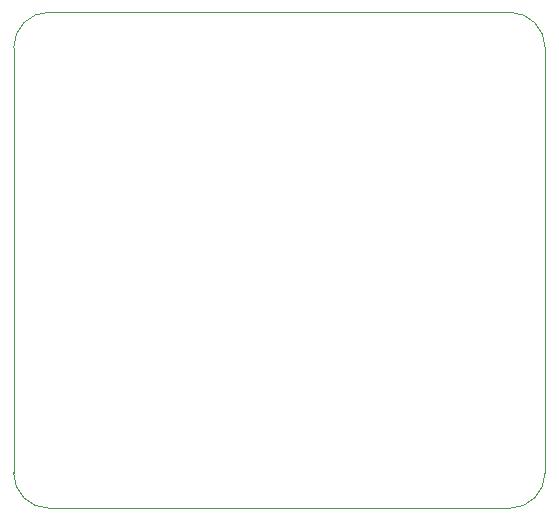
<source format=gm1>
%TF.GenerationSoftware,KiCad,Pcbnew,9.0.0*%
%TF.CreationDate,2025-03-26T19:28:17+01:00*%
%TF.ProjectId,attiny_pwm,61747469-6e79-45f7-9077-6d2e6b696361,1*%
%TF.SameCoordinates,Original*%
%TF.FileFunction,Profile,NP*%
%FSLAX46Y46*%
G04 Gerber Fmt 4.6, Leading zero omitted, Abs format (unit mm)*
G04 Created by KiCad (PCBNEW 9.0.0) date 2025-03-26 19:28:17*
%MOMM*%
%LPD*%
G01*
G04 APERTURE LIST*
%TA.AperFunction,Profile*%
%ADD10C,0.050000*%
%TD*%
G04 APERTURE END LIST*
D10*
X139673000Y-133632000D02*
X178673000Y-133632000D01*
X139673000Y-133632000D02*
G75*
G02*
X136673000Y-130632000I0J3000000D01*
G01*
X181673000Y-130632000D02*
G75*
G02*
X178673000Y-133632000I-3000000J0D01*
G01*
X178673000Y-91632000D02*
G75*
G02*
X181673000Y-94632000I0J-3000000D01*
G01*
X136673000Y-94632000D02*
X136673000Y-130632000D01*
X136673000Y-94632000D02*
G75*
G02*
X139673000Y-91632000I3000000J0D01*
G01*
X181673000Y-130632000D02*
X181673000Y-94632000D01*
X178673000Y-91632000D02*
X139673000Y-91632000D01*
M02*

</source>
